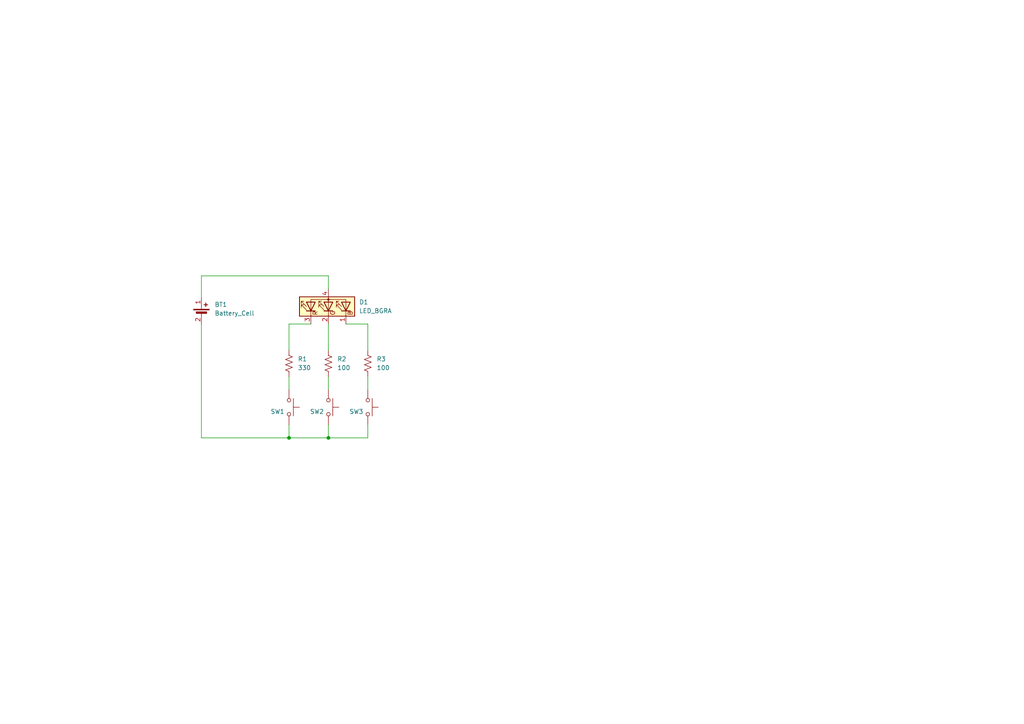
<source format=kicad_sch>
(kicad_sch (version 20231120) (generator "eeschema") (generator_version "8.0")
  (paper "A4")
  (lib_symbols
    (symbol "Device:Battery_Cell" (pin_names (offset 0) hide)
      (property "Reference" "BT" (at 2.54 2.54 0))
      (property "Value" "Battery_Cell" (at 2.54 0 0))
      (symbol "Battery_Cell_0_1"
        (rectangle (start -2.286 1.778) (end 2.286 1.524) (fill (type outline)))
        (rectangle (start -1.524 1.016) (end 1.524 0.508) (fill (type outline)))
        (polyline (pts (xy 0 0.762) (xy 0 0)))
        (polyline (pts (xy 0 1.778) (xy 0 2.54)))
        (polyline (pts (xy 0.762 3.048) (xy 1.778 3.048)) (stroke (width 0.254)))
        (polyline (pts (xy 1.27 3.556) (xy 1.27 2.54)) (stroke (width 0.254)))
      )
      (symbol "Battery_Cell_1_1"
        (pin passive line (at 0 5.08 270) (length 2.54) (name "+") (number "1"))
        (pin passive line (at 0 -2.54 90) (length 2.54) (name "-") (number "2"))
      )
    )
    (symbol "Device:LED_BGRA" (pin_names (offset 0) hide)
      (property "Reference" "D" (at 0 9.398 0))
      (property "Value" "LED_BGRA" (at 0 -8.89 0))
      (symbol "LED_BGRA_0_0"
        (text "B" (at -1.905 -6.35 0) (effects (font (size 1.27 1.27))))
        (text "G" (at -1.905 -1.27 0) (effects (font (size 1.27 1.27))))
        (text "R" (at -1.905 3.81 0) (effects (font (size 1.27 1.27))))
      )
      (symbol "LED_BGRA_0_1"
        (polyline (pts (xy -1.27 -5.08) (xy -2.54 -5.08)))
        (polyline (pts (xy -1.27 -5.08) (xy 1.27 -5.08)))
        (polyline (pts (xy -1.27 -3.81) (xy -1.27 -6.35)) (stroke (width 0.254)))
        (polyline (pts (xy -1.27 0) (xy -2.54 0)))
        (polyline (pts (xy -1.27 1.27) (xy -1.27 -1.27)) (stroke (width 0.254)))
        (polyline (pts (xy -1.27 5.08) (xy -2.54 5.08)))
        (polyline (pts (xy -1.27 5.08) (xy 1.27 5.08)))
        (polyline (pts (xy -1.27 6.35) (xy -1.27 3.81)) (stroke (width 0.254)))
        (polyline (pts (xy 1.27 0) (xy -1.27 0)))
        (polyline (pts (xy 1.27 0) (xy 2.54 0)))
        (polyline (pts (xy -1.27 1.27) (xy -1.27 -1.27) (xy -1.27 -1.27)))
        (polyline (pts (xy -1.27 6.35) (xy -1.27 3.81) (xy -1.27 3.81)))
        (polyline (pts (xy 1.27 -5.08) (xy 2.032 -5.08) (xy 2.032 5.08) (xy 1.27 5.08)))
        (polyline (pts (xy 1.27 -3.81) (xy 1.27 -6.35) (xy -1.27 -5.08) (xy 1.27 -3.81)) (stroke (width 0.254)))
        (polyline (pts (xy 1.27 1.27) (xy 1.27 -1.27) (xy -1.27 0) (xy 1.27 1.27)) (stroke (width 0.254)))
        (polyline (pts (xy 1.27 6.35) (xy 1.27 3.81) (xy -1.27 5.08) (xy 1.27 6.35)) (stroke (width 0.254)))
        (polyline (pts (xy -1.016 -3.81) (xy 0.508 -2.286) (xy -0.254 -2.286) (xy 0.508 -2.286) (xy 0.508 -3.048)))
        (polyline (pts (xy -1.016 1.27) (xy 0.508 2.794) (xy -0.254 2.794) (xy 0.508 2.794) (xy 0.508 2.032)))
        (polyline (pts (xy -1.016 6.35) (xy 0.508 7.874) (xy -0.254 7.874) (xy 0.508 7.874) (xy 0.508 7.112)))
        (polyline (pts (xy 0 -3.81) (xy 1.524 -2.286) (xy 0.762 -2.286) (xy 1.524 -2.286) (xy 1.524 -3.048)))
        (polyline (pts (xy 0 1.27) (xy 1.524 2.794) (xy 0.762 2.794) (xy 1.524 2.794) (xy 1.524 2.032)))
        (polyline (pts (xy 0 6.35) (xy 1.524 7.874) (xy 0.762 7.874) (xy 1.524 7.874) (xy 1.524 7.112)))
        (rectangle (start 1.27 -1.27) (end 1.27 1.27))
        (rectangle (start 1.27 1.27) (end 1.27 1.27))
        (rectangle (start 1.27 3.81) (end 1.27 6.35))
        (rectangle (start 1.27 6.35) (end 1.27 6.35))
        (circle (center 2.032 0) (radius 0.254) (fill (type outline)))
        (rectangle (start 2.794 8.382) (end -2.794 -7.62) (stroke (width 0.254)) (fill (type background)))
      )
      (symbol "LED_BGRA_1_1"
        (pin passive line (at -5.08 -5.08 0) (length 2.54) (name "BK") (number "1"))
        (pin passive line (at -5.08 0 0) (length 2.54) (name "GK") (number "2"))
        (pin passive line (at -5.08 5.08 0) (length 2.54) (name "RK") (number "3"))
        (pin passive line (at 5.08 0 180) (length 2.54) (name "A") (number "4"))
      )
    )
    (symbol "Device:R_US" (pin_numbers hide) (pin_names (offset 0))
      (property "Reference" "R" (at 2.54 0 90))
      (property "Value" "R_US" (at -2.54 0 90))
      (symbol "R_US_0_1"
        (polyline (pts (xy 0 -2.286) (xy 0 -2.54)))
        (polyline (pts (xy 0 2.286) (xy 0 2.54)))
        (polyline (pts (xy 0 -0.762) (xy 1.016 -1.143) (xy 0 -1.524) (xy -1.016 -1.905) (xy 0 -2.286)))
        (polyline (pts (xy 0 0.762) (xy 1.016 0.381) (xy 0 0) (xy -1.016 -0.381) (xy 0 -0.762)))
        (polyline (pts (xy 0 2.286) (xy 1.016 1.905) (xy 0 1.524) (xy -1.016 1.143) (xy 0 0.762)))
      )
      (symbol "R_US_1_1"
        (pin passive line (at 0 3.81 270) (length 1.27) (name "~") (number "1"))
        (pin passive line (at 0 -3.81 90) (length 1.27) (name "~") (number "2"))
      )
    )
    (symbol "SW_Push_1" (pin_numbers hide) (pin_names (offset 1.016) hide)
      (property "Reference" "SW" (at 1.27 2.54 0))
      (property "Value" "SW_Push" (at 0 -1.524 0))
      (symbol "SW_Push_1_0_1"
        (circle (center -2.032 0) (radius 0.508))
        (polyline (pts (xy 0 1.27) (xy 0 3.048)))
        (polyline (pts (xy 2.54 1.27) (xy -2.54 1.27)))
        (circle (center 2.032 0) (radius 0.508))
        (pin passive line (at -5.08 0 0) (length 2.54) (name "1") (number "1"))
        (pin passive line (at 5.08 0 180) (length 2.54) (name "2") (number "2"))
      )
    )
  )
  (junction (at 83.82 127))
  (junction (at 95.25 127))
  (wire (pts (xy 58.42 93.98) (xy 58.42 127)))
  (wire (pts (xy 95.25 123.19) (xy 95.25 127)))
  (wire (pts (xy 95.25 93.98) (xy 95.25 101.6)))
  (wire (pts (xy 83.82 93.98) (xy 83.82 101.6)))
  (wire (pts (xy 106.68 109.22) (xy 106.68 113.03)))
  (wire (pts (xy 58.42 127) (xy 83.82 127)))
  (wire (pts (xy 95.25 80.01) (xy 95.25 83.82)))
  (wire (pts (xy 100.33 93.98) (xy 106.68 93.98)))
  (wire (pts (xy 95.25 127) (xy 83.82 127)))
  (wire (pts (xy 58.42 86.36) (xy 58.42 80.01)))
  (wire (pts (xy 106.68 93.98) (xy 106.68 101.6)))
  (wire (pts (xy 83.82 109.22) (xy 83.82 113.03)))
  (wire (pts (xy 106.68 127) (xy 95.25 127)))
  (wire (pts (xy 58.42 80.01) (xy 95.25 80.01)))
  (wire (pts (xy 90.17 93.98) (xy 83.82 93.98)))
  (wire (pts (xy 95.25 109.22) (xy 95.25 113.03)))
  (wire (pts (xy 83.82 127) (xy 83.82 123.19)))
  (wire (pts (xy 106.68 123.19) (xy 106.68 127)))
  (symbol (lib_name "SW_Push_1") (lib_id "Switch:SW_Push") (at 83.82 118.11 270) (unit 1)
    (property "Reference" "SW1" (at 82.55 119.3801 90) (effects (justify right)))
    (property "Value" "SW_Push" (effects (hide yes)))
    (property "Footprint" "Laser:PBTN" (effects (hide yes)))
    (property "Datasheet" "https://www.ckswitches.com/media/2780/pts526.pdf" (effects (hide yes)))
    (property "Description" "Push button switch, generic, two pins" (effects (hide yes)))
    (property "Manufacturer" "C&K" (effects (hide yes)))
    (property "MPN" "PTS526SK15SMTR2 LFS" (effects (hide yes)))
  )
  (symbol (lib_name "SW_Push_1") (lib_id "Switch:SW_Push") (at 106.68 118.11 270) (unit 1)
    (property "Reference" "SW3" (at 105.41 119.3801 90) (effects (justify right)))
    (property "Value" "SW_Push" (effects (hide yes)))
    (property "Footprint" "Laser:PBTN" (effects (hide yes)))
    (property "Datasheet" "https://www.ckswitches.com/media/2780/pts526.pdf" (effects (hide yes)))
    (property "Description" "Push button switch, generic, two pins" (effects (hide yes)))
    (property "Manufacturer" "C&K" (effects (hide yes)))
    (property "MPN" "PTS526SK15SMTR2 LFS" (effects (hide yes)))
  )
  (symbol (lib_name "SW_Push_1") (lib_id "Switch:SW_Push") (at 95.25 118.11 270) (unit 1)
    (property "Reference" "SW2" (at 93.98 119.3801 90) (effects (justify right)))
    (property "Value" "SW_Push" (effects (hide yes)))
    (property "Footprint" "Laser:PBTN" (effects (hide yes)))
    (property "Datasheet" "https://www.ckswitches.com/media/2780/pts526.pdf" (effects (hide yes)))
    (property "Description" "Push button switch, generic, two pins" (effects (hide yes)))
    (property "Manufacturer" "C&K" (effects (hide yes)))
    (property "MPN" "PTS526SK15SMTR2 LFS" (effects (hide yes)))
  )
  (symbol (lib_id "Device:R_US") (at 95.25 105.41 0) (unit 1)
    (property "Reference" "R2" (at 97.79 104.1399 0) (effects (justify left)))
    (property "Value" "100" (at 97.79 106.6799 0) (effects (justify left)))
    (property "Footprint" "Resistor_SMD:R_0805_2012Metric" (effects (hide yes)))
    (property "Datasheet" "https://www.seielect.com/catalog/sei-rmcf_rmcp.pdf" (effects (hide yes)))
    (property "Description" "Resistor, US symbol" (effects (hide yes)))
    (property "Manufacturer" "Stackpole Electronics Inc" (effects (hide yes)))
    (property "MPN" "RMCF0805FT100R" (effects (hide yes)))
  )
  (symbol (lib_id "Device:R_US") (at 83.82 105.41 0) (unit 1)
    (property "Reference" "R1" (at 86.36 104.1399 0) (effects (justify left)))
    (property "Value" "330" (at 86.36 106.6799 0) (effects (justify left)))
    (property "Footprint" "Resistor_SMD:R_0805_2012Metric" (effects (hide yes)))
    (property "Datasheet" "https://www.seielect.com/catalog/sei-rmcf_rmcp.pdf" (effects (hide yes)))
    (property "Description" "Resistor, US symbol" (effects (hide yes)))
    (property "Manufacturer" "Stackpole Electronics Inc" (effects (hide yes)))
    (property "MPN" "RMCF0805FT330R" (effects (hide yes)))
  )
  (symbol (lib_id "Device:LED_BGRA") (at 95.25 88.9 90) (unit 1)
    (property "Reference" "D1" (at 104.14 87.6299 90) (effects (justify right)))
    (property "Value" "LED_BGRA" (at 104.14 90.1699 90) (effects (justify right)))
    (property "Footprint" "Laser:LED" (effects (hide yes)))
    (property "Datasheet" "https://www.inolux-corp.com/datasheet/SMDLED/Mono%20Color%20Reverse%20Mount/IN-P32TRRRGB_V1.2.pdf" (effects (hide yes)))
    (property "Description" "RGB LED, blue/green/red/anode" (effects (hide yes)))
    (property "Manufacturer" "Inolux" (effects (hide yes)))
    (property "MPN" "IN-P32TRRRGB" (effects (hide yes)))
  )
  (symbol (lib_id "Device:Battery_Cell") (at 58.42 91.44 0) (unit 1)
    (property "Reference" "BT1" (at 62.23 88.3284 0) (effects (justify left)))
    (property "Value" "Battery_Cell" (at 62.23 90.8684 0) (effects (justify left)))
    (property "Footprint" "Laser:CR2016" (effects (hide yes)))
    (property "Datasheet" "https://www.te.com/commerce/DocumentDelivery/DDEController?Action=srchrtrv&DocNm=BAT-HLD-002-SMT&DocType=Data+Sheet&DocLang=English&DocFormat=pdf&PartCntxt=BAT-HLD-002-SMT" (effects (hide yes)))
    (property "Description" "Single-cell battery" (effects (hide yes)))
    (property "Manufacturer" "TE Connectivity Linx" (effects (hide yes)))
    (property "MPN" "BAT-HLD-002-SMT" (effects (hide yes)))
  )
  (symbol (lib_id "Device:R_US") (at 106.68 105.41 0) (unit 1)
    (property "Reference" "R3" (at 109.22 104.1399 0) (effects (justify left)))
    (property "Value" "100" (at 109.22 106.6799 0) (effects (justify left)))
    (property "Footprint" "Resistor_SMD:R_0805_2012Metric" (effects (hide yes)))
    (property "Datasheet" "https://www.seielect.com/catalog/sei-rmcf_rmcp.pdf" (effects (hide yes)))
    (property "Description" "Resistor, US symbol" (effects (hide yes)))
    (property "Manufacturer" "Stackpole Electronics Inc" (effects (hide yes)))
    (property "MPN" "RMCF0805FT100R" (effects (hide yes)))
  )
)
</source>
